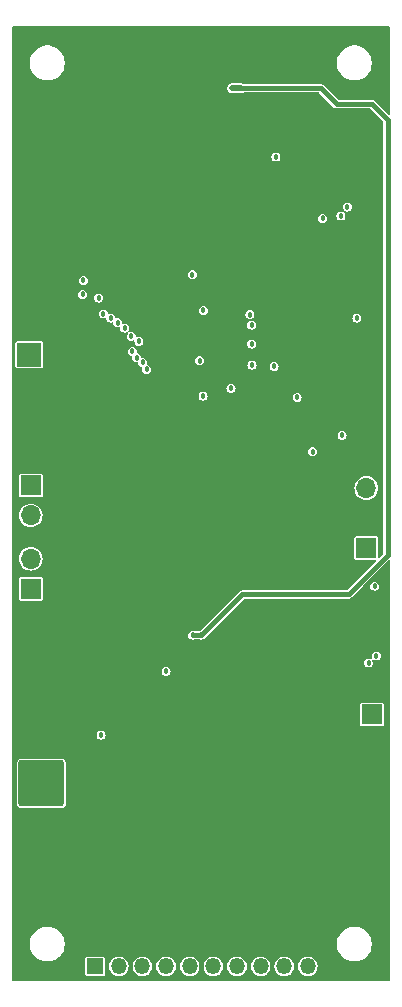
<source format=gbr>
%TF.GenerationSoftware,KiCad,Pcbnew,8.0.7*%
%TF.CreationDate,2025-01-08T02:29:50-05:00*%
%TF.ProjectId,active-drag-system-minimal,61637469-7665-42d6-9472-61672d737973,rev?*%
%TF.SameCoordinates,Original*%
%TF.FileFunction,Copper,L2,Inr*%
%TF.FilePolarity,Positive*%
%FSLAX46Y46*%
G04 Gerber Fmt 4.6, Leading zero omitted, Abs format (unit mm)*
G04 Created by KiCad (PCBNEW 8.0.7) date 2025-01-08 02:29:50*
%MOMM*%
%LPD*%
G01*
G04 APERTURE LIST*
G04 Aperture macros list*
%AMRoundRect*
0 Rectangle with rounded corners*
0 $1 Rounding radius*
0 $2 $3 $4 $5 $6 $7 $8 $9 X,Y pos of 4 corners*
0 Add a 4 corners polygon primitive as box body*
4,1,4,$2,$3,$4,$5,$6,$7,$8,$9,$2,$3,0*
0 Add four circle primitives for the rounded corners*
1,1,$1+$1,$2,$3*
1,1,$1+$1,$4,$5*
1,1,$1+$1,$6,$7*
1,1,$1+$1,$8,$9*
0 Add four rect primitives between the rounded corners*
20,1,$1+$1,$2,$3,$4,$5,0*
20,1,$1+$1,$4,$5,$6,$7,0*
20,1,$1+$1,$6,$7,$8,$9,0*
20,1,$1+$1,$8,$9,$2,$3,0*%
G04 Aperture macros list end*
%TA.AperFunction,ComponentPad*%
%ADD10R,1.700000X1.700000*%
%TD*%
%TA.AperFunction,ComponentPad*%
%ADD11O,1.700000X1.700000*%
%TD*%
%TA.AperFunction,ComponentPad*%
%ADD12RoundRect,0.250002X-1.699998X1.699998X-1.699998X-1.699998X1.699998X-1.699998X1.699998X1.699998X0*%
%TD*%
%TA.AperFunction,ComponentPad*%
%ADD13C,3.900000*%
%TD*%
%TA.AperFunction,ComponentPad*%
%ADD14R,1.350000X1.350000*%
%TD*%
%TA.AperFunction,ComponentPad*%
%ADD15O,1.350000X1.350000*%
%TD*%
%TA.AperFunction,HeatsinkPad*%
%ADD16C,0.457200*%
%TD*%
%TA.AperFunction,ComponentPad*%
%ADD17O,0.900000X1.800000*%
%TD*%
%TA.AperFunction,ComponentPad*%
%ADD18R,2.000000X2.000000*%
%TD*%
%TA.AperFunction,ComponentPad*%
%ADD19C,2.000000*%
%TD*%
%TA.AperFunction,ViaPad*%
%ADD20C,0.457200*%
%TD*%
%TA.AperFunction,Conductor*%
%ADD21C,0.400000*%
%TD*%
%TA.AperFunction,Conductor*%
%ADD22C,0.550000*%
%TD*%
G04 APERTURE END LIST*
D10*
%TO.N,/MCU_RP2040/UART0_TX*%
%TO.C,J5*%
X133600000Y-99775000D03*
D11*
%TO.N,/MCU_RP2040/UART0_RX*%
X133600000Y-102315000D03*
%TD*%
D12*
%TO.N,/VBAT*%
%TO.C,J2*%
X134500000Y-125000000D03*
D13*
%TO.N,GND*%
X134500000Y-132800000D03*
%TD*%
D10*
%TO.N,/MCU_RP2040/I2C1_SCL*%
%TO.C,J6*%
X133600000Y-108525000D03*
D11*
%TO.N,/MCU_RP2040/I2C1_SDA*%
X133600000Y-105985000D03*
%TD*%
D14*
%TO.N,/MCU_RP2040/GPIO1*%
%TO.C,J4*%
X139050000Y-140500000D03*
D15*
%TO.N,/MCU_RP2040/GPIO2*%
X141050000Y-140500000D03*
%TO.N,/MCU_RP2040/GPIO3*%
X143050000Y-140500000D03*
%TO.N,/MCU_RP2040/GPIO4*%
X145050000Y-140500000D03*
%TO.N,/MCU_RP2040/GPIO6*%
X147050000Y-140500000D03*
%TO.N,/MCU_RP2040/GPIO7*%
X149050000Y-140500000D03*
%TO.N,/MCU_RP2040/GPIO8*%
X151050000Y-140500000D03*
%TO.N,/MCU_RP2040/GPIO9*%
X153050000Y-140500000D03*
%TO.N,/MCU_RP2040/GPIO10*%
X155050000Y-140500000D03*
%TO.N,/MCU_RP2040/GPIO11*%
X157050000Y-140500000D03*
%TD*%
D16*
%TO.N,GND*%
%TO.C,U1*%
X146212500Y-85750000D03*
X146212500Y-87000000D03*
X146212500Y-88250000D03*
X147462500Y-85750000D03*
X147462500Y-87000000D03*
X147462500Y-88250000D03*
X148712500Y-85750000D03*
X148712500Y-87000000D03*
X148712500Y-88250000D03*
%TD*%
D10*
%TO.N,/+5V*%
%TO.C,J1*%
X162500000Y-119160000D03*
D11*
%TO.N,GND*%
X162500000Y-121700000D03*
%TD*%
D10*
%TO.N,/MCU_RP2040/SWCLK*%
%TO.C,J8*%
X162000000Y-105080000D03*
D11*
%TO.N,GND*%
X162000000Y-102540000D03*
%TO.N,/MCU_RP2040/SWDIO*%
X162000000Y-100000000D03*
%TD*%
D17*
%TO.N,GND*%
%TO.C,J3*%
X151750000Y-62100000D03*
X145150000Y-62100000D03*
%TD*%
D18*
%TO.N,/MCU_RP2040/BUZZ_OUT*%
%TO.C,BZ1*%
X133450000Y-88700000D03*
D19*
%TO.N,GND*%
X133450000Y-96300000D03*
%TD*%
D20*
%TO.N,GND*%
X161750000Y-77750000D03*
X156250000Y-107250000D03*
X146000000Y-77300000D03*
X146462500Y-89562500D03*
X160200000Y-79000000D03*
X137000000Y-120500000D03*
X137200000Y-78800000D03*
X154975000Y-82625000D03*
X159247800Y-111800000D03*
X163050000Y-94150000D03*
X135750000Y-87550000D03*
X138750000Y-85650000D03*
X153150000Y-64550000D03*
X155700000Y-77150000D03*
X136350000Y-102550000D03*
X148997800Y-117600000D03*
X152169586Y-117549874D03*
X138600000Y-88100000D03*
X140300000Y-103050000D03*
X140300000Y-98050000D03*
X159500000Y-107000000D03*
X143850000Y-64550000D03*
X143650000Y-91100000D03*
X151250000Y-95300000D03*
X157250000Y-95050000D03*
X155250000Y-71950000D03*
X152000000Y-77600000D03*
X150800000Y-103050000D03*
X160797800Y-109500000D03*
X161400000Y-86300000D03*
X150800000Y-98050000D03*
X149969586Y-117649874D03*
X153519460Y-118800000D03*
X135450000Y-99400000D03*
X158450000Y-91200000D03*
X149900000Y-77600000D03*
X156200000Y-77800000D03*
X159450000Y-77800000D03*
X149949688Y-125543699D03*
X157425001Y-72575001D03*
X136700000Y-107250000D03*
X156500000Y-68250000D03*
X154597800Y-112850000D03*
X134000000Y-120250000D03*
X138850000Y-81900000D03*
X163100000Y-81600000D03*
X157550000Y-93300000D03*
X153719460Y-124400000D03*
X156600000Y-88300000D03*
X143600000Y-70100000D03*
X159647800Y-110950000D03*
X140700000Y-82600000D03*
X142850000Y-94400000D03*
X145000000Y-114500000D03*
X144847800Y-111900000D03*
X152143387Y-125650000D03*
X136000000Y-120250000D03*
X147600000Y-77400000D03*
X140804164Y-115450000D03*
X152050000Y-90650000D03*
X152713094Y-86613094D03*
X132850000Y-86200000D03*
X144500000Y-91850000D03*
X162550000Y-93700000D03*
%TO.N,/MCU_RP2040/BUZZ_OUT*%
X139350000Y-83900000D03*
%TO.N,+1V1*%
X147262500Y-81937500D03*
X148187500Y-92200000D03*
X148200000Y-84949998D03*
X147900000Y-89200000D03*
%TO.N,/MCU_RP2040/I2C0_SCL*%
X159950000Y-95531502D03*
X160400000Y-76200000D03*
X138050000Y-82400000D03*
X154200000Y-89700000D03*
%TO.N,/MCU_RP2040/I2C0_SDA*%
X138000000Y-83600000D03*
X157450000Y-96900000D03*
X152323231Y-89576769D03*
X159850000Y-76950000D03*
%TO.N,Net-(U3-PG)*%
X139547800Y-120900000D03*
X145047800Y-115500000D03*
%TO.N,/MCU_RP2040/LED_OUT*%
X154350000Y-71950000D03*
X152300000Y-86200000D03*
%TO.N,/MG*%
X161200000Y-85600000D03*
X152300000Y-87800000D03*
%TO.N,/+3V3*%
X152150000Y-85300000D03*
X156150000Y-92300000D03*
X162697800Y-108300000D03*
X162197800Y-114800000D03*
X162847800Y-114200000D03*
%TO.N,/VBUS*%
X150650000Y-66150000D03*
X147997800Y-112450000D03*
X147297800Y-112450000D03*
X151400000Y-66150000D03*
%TO.N,/MAG*%
X158304481Y-77145519D03*
X150550000Y-91550000D03*
%TO.N,/MCU_RP2040/GPIO2*%
X140350000Y-85600000D03*
%TO.N,/MCU_RP2040/GPIO10*%
X143059627Y-89345403D03*
%TO.N,/MCU_RP2040/GPIO4*%
X141550000Y-86450000D03*
%TO.N,/MCU_RP2040/GPIO8*%
X142200000Y-88430600D03*
%TO.N,/MCU_RP2040/GPIO6*%
X142100000Y-87150000D03*
%TO.N,/MCU_RP2040/GPIO7*%
X142750000Y-87569400D03*
%TO.N,/MCU_RP2040/GPIO9*%
X142550000Y-88950000D03*
%TO.N,/MCU_RP2040/GPIO11*%
X143400000Y-89950000D03*
%TO.N,/MCU_RP2040/GPIO3*%
X140950000Y-86000000D03*
%TO.N,/MCU_RP2040/GPIO1*%
X139750000Y-85250000D03*
%TD*%
D21*
%TO.N,/VBUS*%
X148050000Y-112450000D02*
X147297800Y-112450000D01*
X151400000Y-66150000D02*
X158150000Y-66150000D01*
D22*
X151400000Y-66150000D02*
X151000000Y-66150000D01*
D21*
X151500000Y-109000000D02*
X148050000Y-112450000D01*
D22*
X151000000Y-66150000D02*
X150650000Y-66150000D01*
D21*
X162500000Y-67500000D02*
X163800000Y-68800000D01*
X163800000Y-105700000D02*
X160500000Y-109000000D01*
X163800000Y-68800000D02*
X163800000Y-105700000D01*
X160500000Y-109000000D02*
X151500000Y-109000000D01*
X158150000Y-66150000D02*
X159500000Y-67500000D01*
X159500000Y-67500000D02*
X162500000Y-67500000D01*
%TD*%
%TA.AperFunction,Conductor*%
%TO.N,GND*%
G36*
X163977826Y-60922174D02*
G01*
X163999500Y-60974500D01*
X163999500Y-68325166D01*
X163977826Y-68377492D01*
X163925500Y-68399166D01*
X163873174Y-68377492D01*
X162715212Y-67219530D01*
X162635289Y-67173386D01*
X162635284Y-67173384D01*
X162546146Y-67149500D01*
X162546144Y-67149500D01*
X159675833Y-67149500D01*
X159623507Y-67127826D01*
X158996181Y-66500500D01*
X158365212Y-65869530D01*
X158285289Y-65823386D01*
X158285284Y-65823384D01*
X158196146Y-65799500D01*
X158196144Y-65799500D01*
X151663745Y-65799500D01*
X151626745Y-65789586D01*
X151564240Y-65753499D01*
X151564237Y-65753497D01*
X151564234Y-65753496D01*
X151564232Y-65753495D01*
X151456020Y-65724500D01*
X151456018Y-65724500D01*
X151056018Y-65724500D01*
X150593982Y-65724500D01*
X150593980Y-65724500D01*
X150485767Y-65753495D01*
X150485758Y-65753499D01*
X150388736Y-65809515D01*
X150309515Y-65888736D01*
X150253499Y-65985758D01*
X150253495Y-65985767D01*
X150224500Y-66093979D01*
X150224500Y-66206020D01*
X150253495Y-66314232D01*
X150253496Y-66314235D01*
X150253497Y-66314237D01*
X150309515Y-66411263D01*
X150388737Y-66490485D01*
X150485763Y-66546503D01*
X150593979Y-66575499D01*
X150593980Y-66575500D01*
X150593982Y-66575500D01*
X151456020Y-66575500D01*
X151456020Y-66575499D01*
X151564237Y-66546503D01*
X151626745Y-66510413D01*
X151663745Y-66500500D01*
X157974166Y-66500500D01*
X158026492Y-66522174D01*
X159219531Y-67715212D01*
X159284788Y-67780469D01*
X159364712Y-67826614D01*
X159364713Y-67826614D01*
X159364715Y-67826615D01*
X159409284Y-67838557D01*
X159453853Y-67850499D01*
X159453854Y-67850500D01*
X159453856Y-67850500D01*
X162324166Y-67850500D01*
X162376492Y-67872174D01*
X163427826Y-68923508D01*
X163449500Y-68975834D01*
X163449500Y-105524166D01*
X163427826Y-105576492D01*
X163126826Y-105877492D01*
X163074500Y-105899166D01*
X163022174Y-105877492D01*
X163000500Y-105825166D01*
X163000500Y-104215180D01*
X162991767Y-104171278D01*
X162958504Y-104121496D01*
X162908722Y-104088233D01*
X162864820Y-104079500D01*
X161135180Y-104079500D01*
X161113229Y-104083866D01*
X161091277Y-104088233D01*
X161041496Y-104121495D01*
X161041495Y-104121496D01*
X161008233Y-104171277D01*
X161008233Y-104171278D01*
X160999500Y-104215180D01*
X160999500Y-105944820D01*
X161008233Y-105988722D01*
X161041496Y-106038504D01*
X161091278Y-106071767D01*
X161135180Y-106080500D01*
X161135181Y-106080500D01*
X162745166Y-106080500D01*
X162797492Y-106102174D01*
X162819166Y-106154500D01*
X162797492Y-106206826D01*
X160376492Y-108627826D01*
X160324166Y-108649500D01*
X151453854Y-108649500D01*
X151364715Y-108673384D01*
X151364710Y-108673386D01*
X151284787Y-108719530D01*
X147943918Y-112060398D01*
X147903171Y-112081161D01*
X147879192Y-112084959D01*
X147879187Y-112084961D01*
X147866484Y-112091434D01*
X147832889Y-112099500D01*
X147462710Y-112099500D01*
X147429115Y-112091434D01*
X147416411Y-112084961D01*
X147416410Y-112084960D01*
X147416409Y-112084960D01*
X147416407Y-112084959D01*
X147416405Y-112084959D01*
X147297800Y-112066174D01*
X147179190Y-112084960D01*
X147179185Y-112084961D01*
X147072194Y-112139476D01*
X146987276Y-112224394D01*
X146932761Y-112331385D01*
X146932760Y-112331390D01*
X146913974Y-112450000D01*
X146932760Y-112568609D01*
X146932761Y-112568614D01*
X146987276Y-112675605D01*
X147072194Y-112760523D01*
X147179185Y-112815038D01*
X147179188Y-112815038D01*
X147179191Y-112815040D01*
X147297800Y-112833826D01*
X147416409Y-112815040D01*
X147429115Y-112808566D01*
X147462710Y-112800500D01*
X147832890Y-112800500D01*
X147866485Y-112808566D01*
X147879191Y-112815040D01*
X147997800Y-112833826D01*
X148116409Y-112815040D01*
X148223407Y-112760522D01*
X148230516Y-112753412D01*
X148245840Y-112741653D01*
X148265212Y-112730470D01*
X151623508Y-109372174D01*
X151675834Y-109350500D01*
X160546146Y-109350500D01*
X160546146Y-109350499D01*
X160635288Y-109326614D01*
X160715212Y-109280470D01*
X161695682Y-108300000D01*
X162313974Y-108300000D01*
X162332760Y-108418609D01*
X162332761Y-108418614D01*
X162387276Y-108525605D01*
X162472194Y-108610523D01*
X162579185Y-108665038D01*
X162579188Y-108665038D01*
X162579191Y-108665040D01*
X162697800Y-108683826D01*
X162816409Y-108665040D01*
X162816412Y-108665038D01*
X162816414Y-108665038D01*
X162923405Y-108610523D01*
X162923404Y-108610523D01*
X162923407Y-108610522D01*
X163008322Y-108525607D01*
X163010155Y-108522008D01*
X163062838Y-108418614D01*
X163062838Y-108418612D01*
X163062840Y-108418609D01*
X163081626Y-108300000D01*
X163062840Y-108181391D01*
X163062838Y-108181388D01*
X163062838Y-108181385D01*
X163008323Y-108074394D01*
X162923405Y-107989476D01*
X162816414Y-107934961D01*
X162816409Y-107934960D01*
X162697800Y-107916174D01*
X162579190Y-107934960D01*
X162579185Y-107934961D01*
X162472194Y-107989476D01*
X162387276Y-108074394D01*
X162332761Y-108181385D01*
X162332760Y-108181390D01*
X162313974Y-108300000D01*
X161695682Y-108300000D01*
X163873174Y-106122508D01*
X163925500Y-106100834D01*
X163977826Y-106122508D01*
X163999500Y-106174834D01*
X163999500Y-141625500D01*
X163977826Y-141677826D01*
X163925500Y-141699500D01*
X132074500Y-141699500D01*
X132022174Y-141677826D01*
X132000500Y-141625500D01*
X132000500Y-138483716D01*
X133522500Y-138483716D01*
X133522500Y-138716283D01*
X133558880Y-138945979D01*
X133558883Y-138945992D01*
X133630745Y-139167160D01*
X133630747Y-139167164D01*
X133736327Y-139374378D01*
X133736328Y-139374379D01*
X133873026Y-139562527D01*
X134037473Y-139726974D01*
X134037476Y-139726976D01*
X134037477Y-139726977D01*
X134225621Y-139863672D01*
X134432835Y-139969252D01*
X134432839Y-139969254D01*
X134654007Y-140041116D01*
X134654013Y-140041117D01*
X134654018Y-140041119D01*
X134768868Y-140059309D01*
X134883716Y-140077500D01*
X134883718Y-140077500D01*
X135116284Y-140077500D01*
X135208162Y-140062947D01*
X135345982Y-140041119D01*
X135345989Y-140041116D01*
X135345992Y-140041116D01*
X135567160Y-139969254D01*
X135567160Y-139969253D01*
X135567163Y-139969253D01*
X135774379Y-139863672D01*
X135848004Y-139810180D01*
X138224500Y-139810180D01*
X138224500Y-141189820D01*
X138233233Y-141233722D01*
X138266496Y-141283504D01*
X138316278Y-141316767D01*
X138360180Y-141325500D01*
X138360181Y-141325500D01*
X139739819Y-141325500D01*
X139739820Y-141325500D01*
X139783722Y-141316767D01*
X139833504Y-141283504D01*
X139866767Y-141233722D01*
X139875500Y-141189820D01*
X139875500Y-140500000D01*
X140219953Y-140500000D01*
X140238093Y-140672581D01*
X140291711Y-140837605D01*
X140291716Y-140837615D01*
X140378475Y-140987885D01*
X140378478Y-140987890D01*
X140494592Y-141116847D01*
X140634969Y-141218838D01*
X140634976Y-141218842D01*
X140793501Y-141289422D01*
X140963236Y-141325500D01*
X140963237Y-141325500D01*
X141136763Y-141325500D01*
X141136764Y-141325500D01*
X141306499Y-141289422D01*
X141465024Y-141218842D01*
X141504971Y-141189819D01*
X141605407Y-141116847D01*
X141605406Y-141116847D01*
X141605410Y-141116845D01*
X141721522Y-140987889D01*
X141808286Y-140837611D01*
X141861908Y-140672576D01*
X141880047Y-140500000D01*
X142219953Y-140500000D01*
X142238093Y-140672581D01*
X142291711Y-140837605D01*
X142291716Y-140837615D01*
X142378475Y-140987885D01*
X142378478Y-140987890D01*
X142494592Y-141116847D01*
X142634969Y-141218838D01*
X142634976Y-141218842D01*
X142793501Y-141289422D01*
X142963236Y-141325500D01*
X142963237Y-141325500D01*
X143136763Y-141325500D01*
X143136764Y-141325500D01*
X143306499Y-141289422D01*
X143465024Y-141218842D01*
X143504971Y-141189819D01*
X143605407Y-141116847D01*
X143605406Y-141116847D01*
X143605410Y-141116845D01*
X143721522Y-140987889D01*
X143808286Y-140837611D01*
X143861908Y-140672576D01*
X143880047Y-140500000D01*
X144219953Y-140500000D01*
X144238093Y-140672581D01*
X144291711Y-140837605D01*
X144291716Y-140837615D01*
X144378475Y-140987885D01*
X144378478Y-140987890D01*
X144494592Y-141116847D01*
X144634969Y-141218838D01*
X144634976Y-141218842D01*
X144793501Y-141289422D01*
X144963236Y-141325500D01*
X144963237Y-141325500D01*
X145136763Y-141325500D01*
X145136764Y-141325500D01*
X145306499Y-141289422D01*
X145465024Y-141218842D01*
X145504971Y-141189819D01*
X145605407Y-141116847D01*
X145605406Y-141116847D01*
X145605410Y-141116845D01*
X145721522Y-140987889D01*
X145808286Y-140837611D01*
X145861908Y-140672576D01*
X145880047Y-140500000D01*
X146219953Y-140500000D01*
X146238093Y-140672581D01*
X146291711Y-140837605D01*
X146291716Y-140837615D01*
X146378475Y-140987885D01*
X146378478Y-140987890D01*
X146494592Y-141116847D01*
X146634969Y-141218838D01*
X146634976Y-141218842D01*
X146793501Y-141289422D01*
X146963236Y-141325500D01*
X146963237Y-141325500D01*
X147136763Y-141325500D01*
X147136764Y-141325500D01*
X147306499Y-141289422D01*
X147465024Y-141218842D01*
X147504971Y-141189819D01*
X147605407Y-141116847D01*
X147605406Y-141116847D01*
X147605410Y-141116845D01*
X147721522Y-140987889D01*
X147808286Y-140837611D01*
X147861908Y-140672576D01*
X147880047Y-140500000D01*
X148219953Y-140500000D01*
X148238093Y-140672581D01*
X148291711Y-140837605D01*
X148291716Y-140837615D01*
X148378475Y-140987885D01*
X148378478Y-140987890D01*
X148494592Y-141116847D01*
X148634969Y-141218838D01*
X148634976Y-141218842D01*
X148793501Y-141289422D01*
X148963236Y-141325500D01*
X148963237Y-141325500D01*
X149136763Y-141325500D01*
X149136764Y-141325500D01*
X149306499Y-141289422D01*
X149465024Y-141218842D01*
X149504971Y-141189819D01*
X149605407Y-141116847D01*
X149605406Y-141116847D01*
X149605410Y-141116845D01*
X149721522Y-140987889D01*
X149808286Y-140837611D01*
X149861908Y-140672576D01*
X149880047Y-140500000D01*
X150219953Y-140500000D01*
X150238093Y-140672581D01*
X150291711Y-140837605D01*
X150291716Y-140837615D01*
X150378475Y-140987885D01*
X150378478Y-140987890D01*
X150494592Y-141116847D01*
X150634969Y-141218838D01*
X150634976Y-141218842D01*
X150793501Y-141289422D01*
X150963236Y-141325500D01*
X150963237Y-141325500D01*
X151136763Y-141325500D01*
X151136764Y-141325500D01*
X151306499Y-141289422D01*
X151465024Y-141218842D01*
X151504971Y-141189819D01*
X151605407Y-141116847D01*
X151605406Y-141116847D01*
X151605410Y-141116845D01*
X151721522Y-140987889D01*
X151808286Y-140837611D01*
X151861908Y-140672576D01*
X151880047Y-140500000D01*
X152219953Y-140500000D01*
X152238093Y-140672581D01*
X152291711Y-140837605D01*
X152291716Y-140837615D01*
X152378475Y-140987885D01*
X152378478Y-140987890D01*
X152494592Y-141116847D01*
X152634969Y-141218838D01*
X152634976Y-141218842D01*
X152793501Y-141289422D01*
X152963236Y-141325500D01*
X152963237Y-141325500D01*
X153136763Y-141325500D01*
X153136764Y-141325500D01*
X153306499Y-141289422D01*
X153465024Y-141218842D01*
X153504971Y-141189819D01*
X153605407Y-141116847D01*
X153605406Y-141116847D01*
X153605410Y-141116845D01*
X153721522Y-140987889D01*
X153808286Y-140837611D01*
X153861908Y-140672576D01*
X153880047Y-140500000D01*
X154219953Y-140500000D01*
X154238093Y-140672581D01*
X154291711Y-140837605D01*
X154291716Y-140837615D01*
X154378475Y-140987885D01*
X154378478Y-140987890D01*
X154494592Y-141116847D01*
X154634969Y-141218838D01*
X154634976Y-141218842D01*
X154793501Y-141289422D01*
X154963236Y-141325500D01*
X154963237Y-141325500D01*
X155136763Y-141325500D01*
X155136764Y-141325500D01*
X155306499Y-141289422D01*
X155465024Y-141218842D01*
X155504971Y-141189819D01*
X155605407Y-141116847D01*
X155605406Y-141116847D01*
X155605410Y-141116845D01*
X155721522Y-140987889D01*
X155808286Y-140837611D01*
X155861908Y-140672576D01*
X155880047Y-140500000D01*
X156219953Y-140500000D01*
X156238093Y-140672581D01*
X156291711Y-140837605D01*
X156291716Y-140837615D01*
X156378475Y-140987885D01*
X156378478Y-140987890D01*
X156494592Y-141116847D01*
X156634969Y-141218838D01*
X156634976Y-141218842D01*
X156793501Y-141289422D01*
X156963236Y-141325500D01*
X156963237Y-141325500D01*
X157136763Y-141325500D01*
X157136764Y-141325500D01*
X157306499Y-141289422D01*
X157465024Y-141218842D01*
X157504971Y-141189819D01*
X157605407Y-141116847D01*
X157605406Y-141116847D01*
X157605410Y-141116845D01*
X157721522Y-140987889D01*
X157808286Y-140837611D01*
X157861908Y-140672576D01*
X157880047Y-140500000D01*
X157861908Y-140327424D01*
X157808286Y-140162389D01*
X157721522Y-140012111D01*
X157721521Y-140012109D01*
X157605407Y-139883152D01*
X157465030Y-139781161D01*
X157465023Y-139781157D01*
X157306500Y-139710578D01*
X157306498Y-139710577D01*
X157172841Y-139682168D01*
X157136764Y-139674500D01*
X156963236Y-139674500D01*
X156933483Y-139680824D01*
X156793501Y-139710577D01*
X156793499Y-139710578D01*
X156634978Y-139781156D01*
X156634973Y-139781159D01*
X156494592Y-139883152D01*
X156378478Y-140012109D01*
X156378475Y-140012114D01*
X156291716Y-140162384D01*
X156291711Y-140162394D01*
X156238093Y-140327418D01*
X156219953Y-140500000D01*
X155880047Y-140500000D01*
X155861908Y-140327424D01*
X155808286Y-140162389D01*
X155721522Y-140012111D01*
X155721521Y-140012109D01*
X155605407Y-139883152D01*
X155465030Y-139781161D01*
X155465023Y-139781157D01*
X155306500Y-139710578D01*
X155306498Y-139710577D01*
X155172841Y-139682168D01*
X155136764Y-139674500D01*
X154963236Y-139674500D01*
X154933483Y-139680824D01*
X154793501Y-139710577D01*
X154793499Y-139710578D01*
X154634978Y-139781156D01*
X154634973Y-139781159D01*
X154494592Y-139883152D01*
X154378478Y-140012109D01*
X154378475Y-140012114D01*
X154291716Y-140162384D01*
X154291711Y-140162394D01*
X154238093Y-140327418D01*
X154219953Y-140500000D01*
X153880047Y-140500000D01*
X153861908Y-140327424D01*
X153808286Y-140162389D01*
X153721522Y-140012111D01*
X153721521Y-140012109D01*
X153605407Y-139883152D01*
X153465030Y-139781161D01*
X153465023Y-139781157D01*
X153306500Y-139710578D01*
X153306498Y-139710577D01*
X153172841Y-139682168D01*
X153136764Y-139674500D01*
X152963236Y-139674500D01*
X152933483Y-139680824D01*
X152793501Y-139710577D01*
X152793499Y-139710578D01*
X152634978Y-139781156D01*
X152634973Y-139781159D01*
X152494592Y-139883152D01*
X152378478Y-140012109D01*
X152378475Y-140012114D01*
X152291716Y-140162384D01*
X152291711Y-140162394D01*
X152238093Y-140327418D01*
X152219953Y-140500000D01*
X151880047Y-140500000D01*
X151861908Y-140327424D01*
X151808286Y-140162389D01*
X151721522Y-140012111D01*
X151721521Y-140012109D01*
X151605407Y-139883152D01*
X151465030Y-139781161D01*
X151465023Y-139781157D01*
X151306500Y-139710578D01*
X151306498Y-139710577D01*
X151172841Y-139682168D01*
X151136764Y-139674500D01*
X150963236Y-139674500D01*
X150933483Y-139680824D01*
X150793501Y-139710577D01*
X150793499Y-139710578D01*
X150634978Y-139781156D01*
X150634973Y-139781159D01*
X150494592Y-139883152D01*
X150378478Y-140012109D01*
X150378475Y-140012114D01*
X150291716Y-140162384D01*
X150291711Y-140162394D01*
X150238093Y-140327418D01*
X150219953Y-140500000D01*
X149880047Y-140500000D01*
X149861908Y-140327424D01*
X149808286Y-140162389D01*
X149721522Y-140012111D01*
X149721521Y-140012109D01*
X149605407Y-139883152D01*
X149465030Y-139781161D01*
X149465023Y-139781157D01*
X149306500Y-139710578D01*
X149306498Y-139710577D01*
X149172841Y-139682168D01*
X149136764Y-139674500D01*
X148963236Y-139674500D01*
X148933483Y-139680824D01*
X148793501Y-139710577D01*
X148793499Y-139710578D01*
X148634978Y-139781156D01*
X148634973Y-139781159D01*
X148494592Y-139883152D01*
X148378478Y-140012109D01*
X148378475Y-140012114D01*
X148291716Y-140162384D01*
X148291711Y-140162394D01*
X148238093Y-140327418D01*
X148219953Y-140500000D01*
X147880047Y-140500000D01*
X147861908Y-140327424D01*
X147808286Y-140162389D01*
X147721522Y-140012111D01*
X147721521Y-140012109D01*
X147605407Y-139883152D01*
X147465030Y-139781161D01*
X147465023Y-139781157D01*
X147306500Y-139710578D01*
X147306498Y-139710577D01*
X147172841Y-139682168D01*
X147136764Y-139674500D01*
X146963236Y-139674500D01*
X146933483Y-139680824D01*
X146793501Y-139710577D01*
X146793499Y-139710578D01*
X146634978Y-139781156D01*
X146634973Y-139781159D01*
X146494592Y-139883152D01*
X146378478Y-140012109D01*
X146378475Y-140012114D01*
X146291716Y-140162384D01*
X146291711Y-140162394D01*
X146238093Y-140327418D01*
X146219953Y-140500000D01*
X145880047Y-140500000D01*
X145861908Y-140327424D01*
X145808286Y-140162389D01*
X145721522Y-140012111D01*
X145721521Y-140012109D01*
X145605407Y-139883152D01*
X145465030Y-139781161D01*
X145465023Y-139781157D01*
X145306500Y-139710578D01*
X145306498Y-139710577D01*
X145172841Y-139682168D01*
X145136764Y-139674500D01*
X144963236Y-139674500D01*
X144933483Y-139680824D01*
X144793501Y-139710577D01*
X144793499Y-139710578D01*
X144634978Y-139781156D01*
X144634973Y-139781159D01*
X144494592Y-139883152D01*
X144378478Y-140012109D01*
X144378475Y-140012114D01*
X144291716Y-140162384D01*
X144291711Y-140162394D01*
X144238093Y-140327418D01*
X144219953Y-140500000D01*
X143880047Y-140500000D01*
X143861908Y-140327424D01*
X143808286Y-140162389D01*
X143721522Y-140012111D01*
X143721521Y-140012109D01*
X143605407Y-139883152D01*
X143465030Y-139781161D01*
X143465023Y-139781157D01*
X143306500Y-139710578D01*
X143306498Y-139710577D01*
X143172841Y-139682168D01*
X143136764Y-139674500D01*
X142963236Y-139674500D01*
X142933483Y-139680824D01*
X142793501Y-139710577D01*
X142793499Y-139710578D01*
X142634978Y-139781156D01*
X142634973Y-139781159D01*
X142494592Y-139883152D01*
X142378478Y-140012109D01*
X142378475Y-140012114D01*
X142291716Y-140162384D01*
X142291711Y-140162394D01*
X142238093Y-140327418D01*
X142219953Y-140500000D01*
X141880047Y-140500000D01*
X141861908Y-140327424D01*
X141808286Y-140162389D01*
X141721522Y-140012111D01*
X141721521Y-140012109D01*
X141605407Y-139883152D01*
X141465030Y-139781161D01*
X141465023Y-139781157D01*
X141306500Y-139710578D01*
X141306498Y-139710577D01*
X141172841Y-139682168D01*
X141136764Y-139674500D01*
X140963236Y-139674500D01*
X140933483Y-139680824D01*
X140793501Y-139710577D01*
X140793499Y-139710578D01*
X140634978Y-139781156D01*
X140634973Y-139781159D01*
X140494592Y-139883152D01*
X140378478Y-140012109D01*
X140378475Y-140012114D01*
X140291716Y-140162384D01*
X140291711Y-140162394D01*
X140238093Y-140327418D01*
X140219953Y-140500000D01*
X139875500Y-140500000D01*
X139875500Y-139810180D01*
X139866767Y-139766278D01*
X139833504Y-139716496D01*
X139783722Y-139683233D01*
X139739820Y-139674500D01*
X138360180Y-139674500D01*
X138338229Y-139678866D01*
X138316277Y-139683233D01*
X138266496Y-139716495D01*
X138266495Y-139716496D01*
X138233233Y-139766277D01*
X138233233Y-139766278D01*
X138224500Y-139810180D01*
X135848004Y-139810180D01*
X135962527Y-139726974D01*
X136126974Y-139562527D01*
X136263672Y-139374379D01*
X136369253Y-139167163D01*
X136441119Y-138945982D01*
X136477500Y-138716282D01*
X136477500Y-138483718D01*
X136477500Y-138483716D01*
X159522500Y-138483716D01*
X159522500Y-138716283D01*
X159558880Y-138945979D01*
X159558883Y-138945992D01*
X159630745Y-139167160D01*
X159630747Y-139167164D01*
X159736327Y-139374378D01*
X159736328Y-139374379D01*
X159873026Y-139562527D01*
X160037473Y-139726974D01*
X160037476Y-139726976D01*
X160037477Y-139726977D01*
X160225621Y-139863672D01*
X160432835Y-139969252D01*
X160432839Y-139969254D01*
X160654007Y-140041116D01*
X160654013Y-140041117D01*
X160654018Y-140041119D01*
X160768868Y-140059309D01*
X160883716Y-140077500D01*
X160883718Y-140077500D01*
X161116284Y-140077500D01*
X161208162Y-140062947D01*
X161345982Y-140041119D01*
X161345989Y-140041116D01*
X161345992Y-140041116D01*
X161567160Y-139969254D01*
X161567160Y-139969253D01*
X161567163Y-139969253D01*
X161774379Y-139863672D01*
X161962527Y-139726974D01*
X162126974Y-139562527D01*
X162263672Y-139374379D01*
X162369253Y-139167163D01*
X162441119Y-138945982D01*
X162477500Y-138716282D01*
X162477500Y-138483718D01*
X162441119Y-138254018D01*
X162441117Y-138254013D01*
X162441116Y-138254007D01*
X162369254Y-138032839D01*
X162369252Y-138032835D01*
X162263672Y-137825621D01*
X162126977Y-137637477D01*
X162126976Y-137637476D01*
X162126974Y-137637473D01*
X161962527Y-137473026D01*
X161962524Y-137473023D01*
X161962522Y-137473022D01*
X161774378Y-137336327D01*
X161567164Y-137230747D01*
X161567160Y-137230745D01*
X161345992Y-137158883D01*
X161345979Y-137158880D01*
X161116284Y-137122500D01*
X161116282Y-137122500D01*
X160883718Y-137122500D01*
X160883716Y-137122500D01*
X160654020Y-137158880D01*
X160654007Y-137158883D01*
X160432839Y-137230745D01*
X160432835Y-137230747D01*
X160225621Y-137336327D01*
X160037477Y-137473022D01*
X159873022Y-137637477D01*
X159736327Y-137825621D01*
X159630747Y-138032835D01*
X159630745Y-138032839D01*
X159558883Y-138254007D01*
X159558880Y-138254020D01*
X159522500Y-138483716D01*
X136477500Y-138483716D01*
X136441119Y-138254018D01*
X136441117Y-138254013D01*
X136441116Y-138254007D01*
X136369254Y-138032839D01*
X136369252Y-138032835D01*
X136263672Y-137825621D01*
X136126977Y-137637477D01*
X136126976Y-137637476D01*
X136126974Y-137637473D01*
X135962527Y-137473026D01*
X135962524Y-137473023D01*
X135962522Y-137473022D01*
X135774378Y-137336327D01*
X135567164Y-137230747D01*
X135567160Y-137230745D01*
X135345992Y-137158883D01*
X135345979Y-137158880D01*
X135116284Y-137122500D01*
X135116282Y-137122500D01*
X134883718Y-137122500D01*
X134883716Y-137122500D01*
X134654020Y-137158880D01*
X134654007Y-137158883D01*
X134432839Y-137230745D01*
X134432835Y-137230747D01*
X134225621Y-137336327D01*
X134037477Y-137473022D01*
X133873022Y-137637477D01*
X133736327Y-137825621D01*
X133630747Y-138032835D01*
X133630745Y-138032839D01*
X133558883Y-138254007D01*
X133558880Y-138254020D01*
X133522500Y-138483716D01*
X132000500Y-138483716D01*
X132000500Y-123268482D01*
X132399500Y-123268482D01*
X132399500Y-126731517D01*
X132414353Y-126825303D01*
X132414354Y-126825305D01*
X132471950Y-126938341D01*
X132561659Y-127028050D01*
X132674697Y-127085646D01*
X132768483Y-127100500D01*
X136231516Y-127100499D01*
X136231517Y-127100499D01*
X136325303Y-127085646D01*
X136325305Y-127085645D01*
X136327418Y-127084568D01*
X136438341Y-127028050D01*
X136528050Y-126938341D01*
X136585646Y-126825303D01*
X136600500Y-126731517D01*
X136600499Y-123268484D01*
X136585646Y-123174697D01*
X136585646Y-123174696D01*
X136585645Y-123174694D01*
X136528049Y-123061658D01*
X136438342Y-122971951D01*
X136438341Y-122971950D01*
X136325303Y-122914354D01*
X136325301Y-122914353D01*
X136325300Y-122914353D01*
X136231517Y-122899500D01*
X132768482Y-122899500D01*
X132674696Y-122914353D01*
X132674694Y-122914354D01*
X132561658Y-122971950D01*
X132471951Y-123061657D01*
X132414353Y-123174699D01*
X132399500Y-123268482D01*
X132000500Y-123268482D01*
X132000500Y-120900000D01*
X139163974Y-120900000D01*
X139182760Y-121018609D01*
X139182761Y-121018614D01*
X139237276Y-121125605D01*
X139322194Y-121210523D01*
X139429185Y-121265038D01*
X139429188Y-121265038D01*
X139429191Y-121265040D01*
X139547800Y-121283826D01*
X139666409Y-121265040D01*
X139666412Y-121265038D01*
X139666414Y-121265038D01*
X139773405Y-121210523D01*
X139773404Y-121210523D01*
X139773407Y-121210522D01*
X139858322Y-121125607D01*
X139860155Y-121122008D01*
X139912838Y-121018614D01*
X139912838Y-121018612D01*
X139912840Y-121018609D01*
X139931626Y-120900000D01*
X139912840Y-120781391D01*
X139912838Y-120781388D01*
X139912838Y-120781385D01*
X139858323Y-120674394D01*
X139773405Y-120589476D01*
X139666414Y-120534961D01*
X139666409Y-120534960D01*
X139547800Y-120516174D01*
X139429190Y-120534960D01*
X139429185Y-120534961D01*
X139322194Y-120589476D01*
X139237276Y-120674394D01*
X139182761Y-120781385D01*
X139182760Y-120781390D01*
X139163974Y-120900000D01*
X132000500Y-120900000D01*
X132000500Y-118295180D01*
X161499500Y-118295180D01*
X161499500Y-120024820D01*
X161508233Y-120068722D01*
X161541496Y-120118504D01*
X161591278Y-120151767D01*
X161635180Y-120160500D01*
X161635181Y-120160500D01*
X163364819Y-120160500D01*
X163364820Y-120160500D01*
X163408722Y-120151767D01*
X163458504Y-120118504D01*
X163491767Y-120068722D01*
X163500500Y-120024820D01*
X163500500Y-118295180D01*
X163491767Y-118251278D01*
X163458504Y-118201496D01*
X163408722Y-118168233D01*
X163364820Y-118159500D01*
X161635180Y-118159500D01*
X161613229Y-118163866D01*
X161591277Y-118168233D01*
X161541496Y-118201495D01*
X161541495Y-118201496D01*
X161508233Y-118251277D01*
X161508233Y-118251278D01*
X161499500Y-118295180D01*
X132000500Y-118295180D01*
X132000500Y-115500000D01*
X144663974Y-115500000D01*
X144682760Y-115618609D01*
X144682761Y-115618614D01*
X144737276Y-115725605D01*
X144822194Y-115810523D01*
X144929185Y-115865038D01*
X144929188Y-115865038D01*
X144929191Y-115865040D01*
X145047800Y-115883826D01*
X145166409Y-115865040D01*
X145166412Y-115865038D01*
X145166414Y-115865038D01*
X145273405Y-115810523D01*
X145273404Y-115810523D01*
X145273407Y-115810522D01*
X145358322Y-115725607D01*
X145360155Y-115722008D01*
X145412838Y-115618614D01*
X145412838Y-115618612D01*
X145412840Y-115618609D01*
X145431626Y-115500000D01*
X145412840Y-115381391D01*
X145412838Y-115381388D01*
X145412838Y-115381385D01*
X145358323Y-115274394D01*
X145273405Y-115189476D01*
X145166414Y-115134961D01*
X145166409Y-115134960D01*
X145047800Y-115116174D01*
X144929190Y-115134960D01*
X144929185Y-115134961D01*
X144822194Y-115189476D01*
X144737276Y-115274394D01*
X144682761Y-115381385D01*
X144682760Y-115381390D01*
X144663974Y-115500000D01*
X132000500Y-115500000D01*
X132000500Y-114800000D01*
X161813974Y-114800000D01*
X161832760Y-114918609D01*
X161832761Y-114918614D01*
X161887276Y-115025605D01*
X161972194Y-115110523D01*
X162079185Y-115165038D01*
X162079188Y-115165038D01*
X162079191Y-115165040D01*
X162197800Y-115183826D01*
X162316409Y-115165040D01*
X162316412Y-115165038D01*
X162316414Y-115165038D01*
X162423405Y-115110523D01*
X162423404Y-115110523D01*
X162423407Y-115110522D01*
X162508322Y-115025607D01*
X162510155Y-115022008D01*
X162562838Y-114918614D01*
X162562838Y-114918612D01*
X162562840Y-114918609D01*
X162581626Y-114800000D01*
X162562840Y-114681391D01*
X162562838Y-114681388D01*
X162562838Y-114681386D01*
X162527834Y-114612686D01*
X162523390Y-114556224D01*
X162560173Y-114513157D01*
X162616635Y-114508713D01*
X162627363Y-114513157D01*
X162729186Y-114565038D01*
X162729188Y-114565038D01*
X162729191Y-114565040D01*
X162847800Y-114583826D01*
X162966409Y-114565040D01*
X162966412Y-114565038D01*
X162966414Y-114565038D01*
X163073405Y-114510523D01*
X163073404Y-114510523D01*
X163073407Y-114510522D01*
X163158322Y-114425607D01*
X163177834Y-114387313D01*
X163212838Y-114318614D01*
X163212838Y-114318612D01*
X163212840Y-114318609D01*
X163231626Y-114200000D01*
X163212840Y-114081391D01*
X163212838Y-114081388D01*
X163212838Y-114081385D01*
X163158323Y-113974394D01*
X163073405Y-113889476D01*
X162966414Y-113834961D01*
X162966409Y-113834960D01*
X162847800Y-113816174D01*
X162729190Y-113834960D01*
X162729185Y-113834961D01*
X162622194Y-113889476D01*
X162537276Y-113974394D01*
X162482761Y-114081385D01*
X162482760Y-114081390D01*
X162463974Y-114200000D01*
X162482759Y-114318609D01*
X162517766Y-114387313D01*
X162522209Y-114443776D01*
X162485426Y-114486843D01*
X162428963Y-114491286D01*
X162418236Y-114486843D01*
X162316409Y-114434959D01*
X162197800Y-114416174D01*
X162079190Y-114434960D01*
X162079185Y-114434961D01*
X161972194Y-114489476D01*
X161887276Y-114574394D01*
X161832761Y-114681385D01*
X161832760Y-114681390D01*
X161813974Y-114800000D01*
X132000500Y-114800000D01*
X132000500Y-107660180D01*
X132599500Y-107660180D01*
X132599500Y-109389820D01*
X132608233Y-109433722D01*
X132641496Y-109483504D01*
X132691278Y-109516767D01*
X132735180Y-109525500D01*
X132735181Y-109525500D01*
X134464819Y-109525500D01*
X134464820Y-109525500D01*
X134508722Y-109516767D01*
X134558504Y-109483504D01*
X134591767Y-109433722D01*
X134600500Y-109389820D01*
X134600500Y-107660180D01*
X134591767Y-107616278D01*
X134558504Y-107566496D01*
X134508722Y-107533233D01*
X134464820Y-107524500D01*
X132735180Y-107524500D01*
X132713229Y-107528866D01*
X132691277Y-107533233D01*
X132641496Y-107566495D01*
X132641495Y-107566496D01*
X132608233Y-107616277D01*
X132608233Y-107616278D01*
X132599500Y-107660180D01*
X132000500Y-107660180D01*
X132000500Y-105985000D01*
X132594659Y-105985000D01*
X132613976Y-106181133D01*
X132671187Y-106369731D01*
X132758776Y-106533597D01*
X132764090Y-106543538D01*
X132889117Y-106695883D01*
X133041462Y-106820910D01*
X133118426Y-106862048D01*
X133215268Y-106913812D01*
X133215270Y-106913812D01*
X133215273Y-106913814D01*
X133403868Y-106971024D01*
X133600000Y-106990341D01*
X133796132Y-106971024D01*
X133984727Y-106913814D01*
X134158538Y-106820910D01*
X134310883Y-106695883D01*
X134435910Y-106543538D01*
X134528814Y-106369727D01*
X134586024Y-106181132D01*
X134605341Y-105985000D01*
X134586024Y-105788868D01*
X134528814Y-105600273D01*
X134528812Y-105600270D01*
X134528812Y-105600268D01*
X134477048Y-105503426D01*
X134435910Y-105426462D01*
X134310883Y-105274117D01*
X134158538Y-105149090D01*
X134148597Y-105143776D01*
X133984731Y-105056187D01*
X133796133Y-104998976D01*
X133600000Y-104979659D01*
X133403866Y-104998976D01*
X133215268Y-105056187D01*
X133041463Y-105149089D01*
X132889117Y-105274117D01*
X132764089Y-105426463D01*
X132671187Y-105600268D01*
X132613976Y-105788866D01*
X132594659Y-105985000D01*
X132000500Y-105985000D01*
X132000500Y-102315000D01*
X132594659Y-102315000D01*
X132613976Y-102511133D01*
X132671187Y-102699731D01*
X132758776Y-102863597D01*
X132764090Y-102873538D01*
X132889117Y-103025883D01*
X133041462Y-103150910D01*
X133118426Y-103192048D01*
X133215268Y-103243812D01*
X133215270Y-103243812D01*
X133215273Y-103243814D01*
X133403868Y-103301024D01*
X133600000Y-103320341D01*
X133796132Y-103301024D01*
X133984727Y-103243814D01*
X134158538Y-103150910D01*
X134310883Y-103025883D01*
X134435910Y-102873538D01*
X134528814Y-102699727D01*
X134586024Y-102511132D01*
X134605341Y-102315000D01*
X134586024Y-102118868D01*
X134528814Y-101930273D01*
X134528812Y-101930270D01*
X134528812Y-101930268D01*
X134477048Y-101833426D01*
X134435910Y-101756462D01*
X134310883Y-101604117D01*
X134158538Y-101479090D01*
X134148597Y-101473776D01*
X133984731Y-101386187D01*
X133796133Y-101328976D01*
X133600000Y-101309659D01*
X133403866Y-101328976D01*
X133215268Y-101386187D01*
X133041463Y-101479089D01*
X132889117Y-101604117D01*
X132764089Y-101756463D01*
X132671187Y-101930268D01*
X132613976Y-102118866D01*
X132594659Y-102315000D01*
X132000500Y-102315000D01*
X132000500Y-98910180D01*
X132599500Y-98910180D01*
X132599500Y-100639819D01*
X132608233Y-100683722D01*
X132626380Y-100710882D01*
X132641496Y-100733504D01*
X132691278Y-100766767D01*
X132735180Y-100775500D01*
X132735181Y-100775500D01*
X134464819Y-100775500D01*
X134464820Y-100775500D01*
X134508722Y-100766767D01*
X134558504Y-100733504D01*
X134591767Y-100683722D01*
X134600500Y-100639820D01*
X134600500Y-100000000D01*
X160994659Y-100000000D01*
X161013976Y-100196133D01*
X161071187Y-100384731D01*
X161158776Y-100548597D01*
X161164090Y-100558538D01*
X161289117Y-100710883D01*
X161441462Y-100835910D01*
X161518426Y-100877048D01*
X161615268Y-100928812D01*
X161615270Y-100928812D01*
X161615273Y-100928814D01*
X161803868Y-100986024D01*
X162000000Y-101005341D01*
X162196132Y-100986024D01*
X162384727Y-100928814D01*
X162558538Y-100835910D01*
X162710883Y-100710883D01*
X162835910Y-100558538D01*
X162928814Y-100384727D01*
X162986024Y-100196132D01*
X163005341Y-100000000D01*
X162986024Y-99803868D01*
X162928814Y-99615273D01*
X162928812Y-99615270D01*
X162928812Y-99615268D01*
X162877048Y-99518426D01*
X162835910Y-99441462D01*
X162710883Y-99289117D01*
X162558538Y-99164090D01*
X162548597Y-99158776D01*
X162384731Y-99071187D01*
X162196133Y-99013976D01*
X162000000Y-98994659D01*
X161803866Y-99013976D01*
X161615268Y-99071187D01*
X161441463Y-99164089D01*
X161289117Y-99289117D01*
X161164089Y-99441463D01*
X161071187Y-99615268D01*
X161013976Y-99803866D01*
X160994659Y-100000000D01*
X134600500Y-100000000D01*
X134600500Y-98910180D01*
X134591767Y-98866278D01*
X134558504Y-98816496D01*
X134508722Y-98783233D01*
X134464820Y-98774500D01*
X132735180Y-98774500D01*
X132713229Y-98778866D01*
X132691277Y-98783233D01*
X132641496Y-98816495D01*
X132641495Y-98816496D01*
X132608233Y-98866277D01*
X132599500Y-98910180D01*
X132000500Y-98910180D01*
X132000500Y-96900000D01*
X157066174Y-96900000D01*
X157084960Y-97018609D01*
X157084961Y-97018614D01*
X157139476Y-97125605D01*
X157224394Y-97210523D01*
X157331385Y-97265038D01*
X157331388Y-97265038D01*
X157331391Y-97265040D01*
X157450000Y-97283826D01*
X157568609Y-97265040D01*
X157568612Y-97265038D01*
X157568614Y-97265038D01*
X157675605Y-97210523D01*
X157675604Y-97210523D01*
X157675607Y-97210522D01*
X157760522Y-97125607D01*
X157762355Y-97122008D01*
X157815038Y-97018614D01*
X157815038Y-97018612D01*
X157815040Y-97018609D01*
X157833826Y-96900000D01*
X157815040Y-96781391D01*
X157815038Y-96781388D01*
X157815038Y-96781385D01*
X157760523Y-96674394D01*
X157675605Y-96589476D01*
X157568614Y-96534961D01*
X157568609Y-96534960D01*
X157450000Y-96516174D01*
X157331390Y-96534960D01*
X157331385Y-96534961D01*
X157224394Y-96589476D01*
X157139476Y-96674394D01*
X157084961Y-96781385D01*
X157084960Y-96781390D01*
X157066174Y-96900000D01*
X132000500Y-96900000D01*
X132000500Y-95531502D01*
X159566174Y-95531502D01*
X159584960Y-95650111D01*
X159584961Y-95650116D01*
X159639476Y-95757107D01*
X159724394Y-95842025D01*
X159831385Y-95896540D01*
X159831388Y-95896540D01*
X159831391Y-95896542D01*
X159950000Y-95915328D01*
X160068609Y-95896542D01*
X160068612Y-95896540D01*
X160068614Y-95896540D01*
X160175605Y-95842025D01*
X160175604Y-95842025D01*
X160175607Y-95842024D01*
X160260522Y-95757109D01*
X160262355Y-95753510D01*
X160315038Y-95650116D01*
X160315038Y-95650114D01*
X160315040Y-95650111D01*
X160333826Y-95531502D01*
X160315040Y-95412893D01*
X160315038Y-95412890D01*
X160315038Y-95412887D01*
X160260523Y-95305896D01*
X160175605Y-95220978D01*
X160068614Y-95166463D01*
X160068609Y-95166462D01*
X159950000Y-95147676D01*
X159831390Y-95166462D01*
X159831385Y-95166463D01*
X159724394Y-95220978D01*
X159639476Y-95305896D01*
X159584961Y-95412887D01*
X159584960Y-95412892D01*
X159566174Y-95531502D01*
X132000500Y-95531502D01*
X132000500Y-92200000D01*
X147803674Y-92200000D01*
X147822460Y-92318609D01*
X147822461Y-92318614D01*
X147876976Y-92425605D01*
X147961894Y-92510523D01*
X148068885Y-92565038D01*
X148068888Y-92565038D01*
X148068891Y-92565040D01*
X148187500Y-92583826D01*
X148306109Y-92565040D01*
X148306112Y-92565038D01*
X148306114Y-92565038D01*
X148413105Y-92510523D01*
X148413104Y-92510523D01*
X148413107Y-92510522D01*
X148498022Y-92425607D01*
X148501588Y-92418609D01*
X148552538Y-92318614D01*
X148552538Y-92318612D01*
X148552540Y-92318609D01*
X148555487Y-92300000D01*
X155766174Y-92300000D01*
X155784960Y-92418609D01*
X155784961Y-92418614D01*
X155839476Y-92525605D01*
X155924394Y-92610523D01*
X156031385Y-92665038D01*
X156031388Y-92665038D01*
X156031391Y-92665040D01*
X156150000Y-92683826D01*
X156268609Y-92665040D01*
X156268612Y-92665038D01*
X156268614Y-92665038D01*
X156375605Y-92610523D01*
X156375604Y-92610523D01*
X156375607Y-92610522D01*
X156460522Y-92525607D01*
X156468208Y-92510522D01*
X156515038Y-92418614D01*
X156515038Y-92418612D01*
X156515040Y-92418609D01*
X156533826Y-92300000D01*
X156515040Y-92181391D01*
X156515038Y-92181388D01*
X156515038Y-92181385D01*
X156460523Y-92074394D01*
X156375605Y-91989476D01*
X156268614Y-91934961D01*
X156268609Y-91934960D01*
X156150000Y-91916174D01*
X156031390Y-91934960D01*
X156031385Y-91934961D01*
X155924394Y-91989476D01*
X155839476Y-92074394D01*
X155784961Y-92181385D01*
X155784960Y-92181390D01*
X155766174Y-92300000D01*
X148555487Y-92300000D01*
X148571326Y-92200000D01*
X148552540Y-92081391D01*
X148552538Y-92081388D01*
X148552538Y-92081385D01*
X148498023Y-91974394D01*
X148413105Y-91889476D01*
X148306114Y-91834961D01*
X148306109Y-91834960D01*
X148187500Y-91816174D01*
X148068890Y-91834960D01*
X148068885Y-91834961D01*
X147961894Y-91889476D01*
X147876976Y-91974394D01*
X147822461Y-92081385D01*
X147822460Y-92081390D01*
X147803674Y-92200000D01*
X132000500Y-92200000D01*
X132000500Y-91550000D01*
X150166174Y-91550000D01*
X150184960Y-91668609D01*
X150184961Y-91668614D01*
X150239476Y-91775605D01*
X150324394Y-91860523D01*
X150431385Y-91915038D01*
X150431388Y-91915038D01*
X150431391Y-91915040D01*
X150550000Y-91933826D01*
X150668609Y-91915040D01*
X150668612Y-91915038D01*
X150668614Y-91915038D01*
X150775605Y-91860523D01*
X150775604Y-91860523D01*
X150775607Y-91860522D01*
X150860522Y-91775607D01*
X150862355Y-91772008D01*
X150915038Y-91668614D01*
X150915038Y-91668612D01*
X150915040Y-91668609D01*
X150933826Y-91550000D01*
X150915040Y-91431391D01*
X150915038Y-91431388D01*
X150915038Y-91431385D01*
X150860523Y-91324394D01*
X150775605Y-91239476D01*
X150668614Y-91184961D01*
X150668609Y-91184960D01*
X150550000Y-91166174D01*
X150431390Y-91184960D01*
X150431385Y-91184961D01*
X150324394Y-91239476D01*
X150239476Y-91324394D01*
X150184961Y-91431385D01*
X150184960Y-91431390D01*
X150166174Y-91550000D01*
X132000500Y-91550000D01*
X132000500Y-87685180D01*
X132299500Y-87685180D01*
X132299500Y-89714820D01*
X132308233Y-89758722D01*
X132341496Y-89808504D01*
X132391278Y-89841767D01*
X132435180Y-89850500D01*
X132435181Y-89850500D01*
X134464819Y-89850500D01*
X134464820Y-89850500D01*
X134508722Y-89841767D01*
X134558504Y-89808504D01*
X134591767Y-89758722D01*
X134600500Y-89714820D01*
X134600500Y-88430600D01*
X141816174Y-88430600D01*
X141834960Y-88549209D01*
X141834961Y-88549214D01*
X141889476Y-88656205D01*
X141974394Y-88741123D01*
X142081385Y-88795638D01*
X142081391Y-88795640D01*
X142114859Y-88800940D01*
X142163150Y-88830531D01*
X142176373Y-88885603D01*
X142176373Y-88885605D01*
X142166174Y-88950000D01*
X142179618Y-89034879D01*
X142184960Y-89068609D01*
X142184961Y-89068614D01*
X142239476Y-89175605D01*
X142324394Y-89260523D01*
X142431385Y-89315038D01*
X142431388Y-89315038D01*
X142431391Y-89315040D01*
X142550000Y-89333826D01*
X142597844Y-89326248D01*
X142652916Y-89339470D01*
X142682509Y-89387760D01*
X142694587Y-89464013D01*
X142694588Y-89464017D01*
X142749103Y-89571008D01*
X142834021Y-89655926D01*
X142941012Y-89710441D01*
X142941015Y-89710441D01*
X142941018Y-89710443D01*
X142984370Y-89717309D01*
X143032661Y-89746902D01*
X143045883Y-89801974D01*
X143038729Y-89823992D01*
X143034960Y-89831387D01*
X143034960Y-89831390D01*
X143016174Y-89950000D01*
X143034960Y-90068609D01*
X143034961Y-90068614D01*
X143089476Y-90175605D01*
X143174394Y-90260523D01*
X143281385Y-90315038D01*
X143281388Y-90315038D01*
X143281391Y-90315040D01*
X143400000Y-90333826D01*
X143518609Y-90315040D01*
X143518612Y-90315038D01*
X143518614Y-90315038D01*
X143625605Y-90260523D01*
X143625604Y-90260523D01*
X143625607Y-90260522D01*
X143710522Y-90175607D01*
X143757287Y-90083826D01*
X143765038Y-90068614D01*
X143765038Y-90068612D01*
X143765040Y-90068609D01*
X143783826Y-89950000D01*
X143765040Y-89831391D01*
X143765038Y-89831387D01*
X143765038Y-89831385D01*
X143710523Y-89724394D01*
X143625605Y-89639476D01*
X143518614Y-89584961D01*
X143518610Y-89584960D01*
X143475255Y-89578093D01*
X143426964Y-89548499D01*
X143413743Y-89493427D01*
X143420898Y-89471408D01*
X143424667Y-89464012D01*
X143443453Y-89345403D01*
X143424667Y-89226794D01*
X143424665Y-89226791D01*
X143424665Y-89226788D01*
X143411016Y-89200000D01*
X147516174Y-89200000D01*
X147534960Y-89318609D01*
X147534961Y-89318614D01*
X147589476Y-89425605D01*
X147674394Y-89510523D01*
X147781385Y-89565038D01*
X147781388Y-89565038D01*
X147781391Y-89565040D01*
X147900000Y-89583826D01*
X147944556Y-89576769D01*
X151939405Y-89576769D01*
X151958191Y-89695378D01*
X151958192Y-89695383D01*
X152012707Y-89802374D01*
X152097625Y-89887292D01*
X152204616Y-89941807D01*
X152204619Y-89941807D01*
X152204622Y-89941809D01*
X152323231Y-89960595D01*
X152441840Y-89941809D01*
X152441843Y-89941807D01*
X152441845Y-89941807D01*
X152548836Y-89887292D01*
X152548835Y-89887292D01*
X152548838Y-89887291D01*
X152633753Y-89802376D01*
X152655996Y-89758722D01*
X152685917Y-89700000D01*
X153816174Y-89700000D01*
X153834960Y-89818609D01*
X153834961Y-89818614D01*
X153889476Y-89925605D01*
X153974394Y-90010523D01*
X154081385Y-90065038D01*
X154081388Y-90065038D01*
X154081391Y-90065040D01*
X154200000Y-90083826D01*
X154318609Y-90065040D01*
X154318612Y-90065038D01*
X154318614Y-90065038D01*
X154425605Y-90010523D01*
X154425604Y-90010523D01*
X154425607Y-90010522D01*
X154510522Y-89925607D01*
X154512355Y-89922008D01*
X154565038Y-89818614D01*
X154565038Y-89818612D01*
X154565040Y-89818609D01*
X154583826Y-89700000D01*
X154565040Y-89581391D01*
X154565038Y-89581388D01*
X154565038Y-89581385D01*
X154510523Y-89474394D01*
X154425605Y-89389476D01*
X154318614Y-89334961D01*
X154318609Y-89334960D01*
X154200000Y-89316174D01*
X154081390Y-89334960D01*
X154081385Y-89334961D01*
X153974394Y-89389476D01*
X153889476Y-89474394D01*
X153834961Y-89581385D01*
X153834960Y-89581390D01*
X153816174Y-89700000D01*
X152685917Y-89700000D01*
X152688269Y-89695383D01*
X152688269Y-89695381D01*
X152688271Y-89695378D01*
X152707057Y-89576769D01*
X152688271Y-89458160D01*
X152688269Y-89458157D01*
X152688269Y-89458154D01*
X152633754Y-89351163D01*
X152548836Y-89266245D01*
X152441845Y-89211730D01*
X152441840Y-89211729D01*
X152323231Y-89192943D01*
X152204621Y-89211729D01*
X152204616Y-89211730D01*
X152097625Y-89266245D01*
X152012707Y-89351163D01*
X151958192Y-89458154D01*
X151958191Y-89458159D01*
X151939405Y-89576769D01*
X147944556Y-89576769D01*
X148018609Y-89565040D01*
X148018612Y-89565038D01*
X148018614Y-89565038D01*
X148125605Y-89510523D01*
X148125604Y-89510523D01*
X148125607Y-89510522D01*
X148210522Y-89425607D01*
X148248453Y-89351163D01*
X148265038Y-89318614D01*
X148265038Y-89318612D01*
X148265040Y-89318609D01*
X148283826Y-89200000D01*
X148265040Y-89081391D01*
X148265038Y-89081388D01*
X148265038Y-89081385D01*
X148210523Y-88974394D01*
X148125605Y-88889476D01*
X148018614Y-88834961D01*
X148018609Y-88834960D01*
X147900000Y-88816174D01*
X147781390Y-88834960D01*
X147781385Y-88834961D01*
X147674394Y-88889476D01*
X147589476Y-88974394D01*
X147534961Y-89081385D01*
X147534960Y-89081390D01*
X147516174Y-89200000D01*
X143411016Y-89200000D01*
X143370150Y-89119797D01*
X143285232Y-89034879D01*
X143178241Y-88980364D01*
X143178236Y-88980363D01*
X143059627Y-88961577D01*
X143011782Y-88969155D01*
X142956710Y-88955933D01*
X142927117Y-88907642D01*
X142924240Y-88889476D01*
X142915040Y-88831391D01*
X142915038Y-88831388D01*
X142915038Y-88831385D01*
X142860523Y-88724394D01*
X142775607Y-88639478D01*
X142668609Y-88584960D01*
X142668607Y-88584959D01*
X142668606Y-88584959D01*
X142635138Y-88579658D01*
X142586848Y-88550064D01*
X142573627Y-88494993D01*
X142583826Y-88430600D01*
X142565040Y-88311991D01*
X142565038Y-88311988D01*
X142565038Y-88311985D01*
X142510523Y-88204994D01*
X142425605Y-88120076D01*
X142318614Y-88065561D01*
X142318609Y-88065560D01*
X142200000Y-88046774D01*
X142081390Y-88065560D01*
X142081385Y-88065561D01*
X141974394Y-88120076D01*
X141889476Y-88204994D01*
X141834961Y-88311985D01*
X141834960Y-88311990D01*
X141816174Y-88430600D01*
X134600500Y-88430600D01*
X134600500Y-87685180D01*
X134591767Y-87641278D01*
X134558504Y-87591496D01*
X134532907Y-87574393D01*
X134508722Y-87558233D01*
X134464820Y-87549500D01*
X132435180Y-87549500D01*
X132413229Y-87553866D01*
X132391277Y-87558233D01*
X132341496Y-87591495D01*
X132341495Y-87591496D01*
X132308233Y-87641277D01*
X132308233Y-87641278D01*
X132299500Y-87685180D01*
X132000500Y-87685180D01*
X132000500Y-85250000D01*
X139366174Y-85250000D01*
X139384960Y-85368609D01*
X139384961Y-85368614D01*
X139439476Y-85475605D01*
X139524394Y-85560523D01*
X139631385Y-85615038D01*
X139631388Y-85615038D01*
X139631391Y-85615040D01*
X139750000Y-85633826D01*
X139868609Y-85615040D01*
X139870338Y-85614158D01*
X139871632Y-85614056D01*
X139874143Y-85613241D01*
X139874338Y-85613843D01*
X139926799Y-85609711D01*
X139969868Y-85646491D01*
X139977025Y-85668514D01*
X139984960Y-85718610D01*
X139984961Y-85718614D01*
X140039476Y-85825605D01*
X140124394Y-85910523D01*
X140231385Y-85965038D01*
X140231388Y-85965038D01*
X140231391Y-85965040D01*
X140350000Y-85983826D01*
X140468609Y-85965040D01*
X140468611Y-85965039D01*
X140473728Y-85963377D01*
X140530190Y-85967819D01*
X140566974Y-86010885D01*
X140569686Y-86022177D01*
X140584960Y-86118610D01*
X140584961Y-86118614D01*
X140639476Y-86225605D01*
X140724394Y-86310523D01*
X140831385Y-86365038D01*
X140831388Y-86365038D01*
X140831391Y-86365040D01*
X140950000Y-86383826D01*
X141068609Y-86365040D01*
X141068610Y-86365039D01*
X141070806Y-86364326D01*
X141072350Y-86364447D01*
X141074361Y-86364129D01*
X141074437Y-86364611D01*
X141127269Y-86368769D01*
X141164052Y-86411836D01*
X141166763Y-86446279D01*
X141166174Y-86449998D01*
X141166174Y-86449999D01*
X141184960Y-86568609D01*
X141184961Y-86568614D01*
X141239476Y-86675605D01*
X141324394Y-86760523D01*
X141431385Y-86815038D01*
X141431388Y-86815038D01*
X141431391Y-86815040D01*
X141550000Y-86833826D01*
X141668609Y-86815040D01*
X141721699Y-86787988D01*
X141778161Y-86783545D01*
X141821229Y-86820327D01*
X141825673Y-86876789D01*
X141807622Y-86906248D01*
X141789476Y-86924394D01*
X141734961Y-87031385D01*
X141734960Y-87031390D01*
X141716174Y-87150000D01*
X141734960Y-87268609D01*
X141734961Y-87268614D01*
X141789476Y-87375605D01*
X141874394Y-87460523D01*
X141981385Y-87515038D01*
X141981388Y-87515038D01*
X141981391Y-87515040D01*
X142100000Y-87533826D01*
X142218609Y-87515040D01*
X142259090Y-87494413D01*
X142315551Y-87489969D01*
X142358619Y-87526752D01*
X142364453Y-87563576D01*
X142366174Y-87563576D01*
X142366174Y-87569399D01*
X142366174Y-87569400D01*
X142383911Y-87681385D01*
X142384960Y-87688009D01*
X142384961Y-87688014D01*
X142439476Y-87795005D01*
X142524394Y-87879923D01*
X142631385Y-87934438D01*
X142631388Y-87934438D01*
X142631391Y-87934440D01*
X142750000Y-87953226D01*
X142868609Y-87934440D01*
X142868612Y-87934438D01*
X142868614Y-87934438D01*
X142975605Y-87879923D01*
X142975604Y-87879923D01*
X142975607Y-87879922D01*
X143055529Y-87800000D01*
X151916174Y-87800000D01*
X151934960Y-87918609D01*
X151934961Y-87918614D01*
X151989476Y-88025605D01*
X152074394Y-88110523D01*
X152181385Y-88165038D01*
X152181388Y-88165038D01*
X152181391Y-88165040D01*
X152300000Y-88183826D01*
X152418609Y-88165040D01*
X152418612Y-88165038D01*
X152418614Y-88165038D01*
X152525605Y-88110523D01*
X152525604Y-88110523D01*
X152525607Y-88110522D01*
X152610522Y-88025607D01*
X152647402Y-87953226D01*
X152665038Y-87918614D01*
X152665038Y-87918612D01*
X152665040Y-87918609D01*
X152683826Y-87800000D01*
X152665040Y-87681391D01*
X152665038Y-87681388D01*
X152665038Y-87681385D01*
X152610523Y-87574394D01*
X152525605Y-87489476D01*
X152418614Y-87434961D01*
X152418609Y-87434960D01*
X152300000Y-87416174D01*
X152181390Y-87434960D01*
X152181385Y-87434961D01*
X152074394Y-87489476D01*
X151989476Y-87574394D01*
X151934961Y-87681385D01*
X151934960Y-87681390D01*
X151916174Y-87800000D01*
X143055529Y-87800000D01*
X143060522Y-87795007D01*
X143062355Y-87791408D01*
X143115038Y-87688014D01*
X143115038Y-87688012D01*
X143115040Y-87688009D01*
X143133826Y-87569400D01*
X143115040Y-87450791D01*
X143115038Y-87450788D01*
X143115038Y-87450785D01*
X143060523Y-87343794D01*
X142975605Y-87258876D01*
X142868614Y-87204361D01*
X142868609Y-87204360D01*
X142750000Y-87185574D01*
X142631390Y-87204360D01*
X142590909Y-87224986D01*
X142534446Y-87229429D01*
X142491379Y-87192646D01*
X142485552Y-87155824D01*
X142483826Y-87155824D01*
X142483826Y-87150000D01*
X142465040Y-87031391D01*
X142465038Y-87031388D01*
X142465038Y-87031385D01*
X142410523Y-86924394D01*
X142325605Y-86839476D01*
X142218614Y-86784961D01*
X142218609Y-86784960D01*
X142100000Y-86766174D01*
X141981390Y-86784960D01*
X141928299Y-86812011D01*
X141871836Y-86816454D01*
X141828769Y-86779671D01*
X141824326Y-86723208D01*
X141842377Y-86693751D01*
X141860522Y-86675607D01*
X141907287Y-86583826D01*
X141915038Y-86568614D01*
X141915038Y-86568612D01*
X141915040Y-86568609D01*
X141933826Y-86450000D01*
X141915040Y-86331391D01*
X141915038Y-86331388D01*
X141915038Y-86331385D01*
X141860523Y-86224394D01*
X141836129Y-86200000D01*
X151916174Y-86200000D01*
X151934960Y-86318609D01*
X151934961Y-86318614D01*
X151989476Y-86425605D01*
X152074394Y-86510523D01*
X152181385Y-86565038D01*
X152181388Y-86565038D01*
X152181391Y-86565040D01*
X152300000Y-86583826D01*
X152418609Y-86565040D01*
X152418612Y-86565038D01*
X152418614Y-86565038D01*
X152525605Y-86510523D01*
X152525604Y-86510523D01*
X152525607Y-86510522D01*
X152610522Y-86425607D01*
X152617539Y-86411836D01*
X152665038Y-86318614D01*
X152665038Y-86318612D01*
X152665040Y-86318609D01*
X152683826Y-86200000D01*
X152665040Y-86081391D01*
X152665038Y-86081388D01*
X152665038Y-86081385D01*
X152610523Y-85974394D01*
X152525605Y-85889476D01*
X152418614Y-85834961D01*
X152418609Y-85834960D01*
X152300000Y-85816174D01*
X152181390Y-85834960D01*
X152181385Y-85834961D01*
X152074394Y-85889476D01*
X151989476Y-85974394D01*
X151934961Y-86081385D01*
X151934960Y-86081390D01*
X151916174Y-86200000D01*
X141836129Y-86200000D01*
X141775605Y-86139476D01*
X141668614Y-86084961D01*
X141668609Y-86084960D01*
X141550000Y-86066174D01*
X141431382Y-86084961D01*
X141429182Y-86085676D01*
X141427638Y-86085554D01*
X141425639Y-86085871D01*
X141425562Y-86085390D01*
X141372720Y-86081225D01*
X141335944Y-86038152D01*
X141333237Y-86003716D01*
X141333826Y-86000000D01*
X141315040Y-85881391D01*
X141315038Y-85881388D01*
X141315038Y-85881385D01*
X141260523Y-85774394D01*
X141175605Y-85689476D01*
X141068614Y-85634961D01*
X141068609Y-85634960D01*
X140950000Y-85616174D01*
X140831386Y-85634960D01*
X140826263Y-85636625D01*
X140769801Y-85632177D01*
X140733022Y-85589106D01*
X140730313Y-85577821D01*
X140722043Y-85525607D01*
X140715040Y-85481391D01*
X140715038Y-85481388D01*
X140715038Y-85481385D01*
X140660523Y-85374394D01*
X140575605Y-85289476D01*
X140468614Y-85234961D01*
X140468609Y-85234960D01*
X140350000Y-85216174D01*
X140231390Y-85234960D01*
X140231384Y-85234961D01*
X140229651Y-85235845D01*
X140228352Y-85235947D01*
X140225850Y-85236760D01*
X140225654Y-85236159D01*
X140173188Y-85240283D01*
X140130125Y-85203495D01*
X140122974Y-85181483D01*
X140121907Y-85174752D01*
X140115040Y-85131391D01*
X140115038Y-85131388D01*
X140115038Y-85131385D01*
X140060523Y-85024394D01*
X139986127Y-84949998D01*
X147816174Y-84949998D01*
X147834960Y-85068607D01*
X147834961Y-85068612D01*
X147889476Y-85175603D01*
X147974394Y-85260521D01*
X148081385Y-85315036D01*
X148081388Y-85315036D01*
X148081391Y-85315038D01*
X148200000Y-85333824D01*
X148318609Y-85315038D01*
X148318612Y-85315036D01*
X148318614Y-85315036D01*
X148348124Y-85300000D01*
X151766174Y-85300000D01*
X151784960Y-85418609D01*
X151784961Y-85418614D01*
X151839476Y-85525605D01*
X151924394Y-85610523D01*
X152031385Y-85665038D01*
X152031388Y-85665038D01*
X152031391Y-85665040D01*
X152150000Y-85683826D01*
X152268609Y-85665040D01*
X152268612Y-85665038D01*
X152268614Y-85665038D01*
X152375605Y-85610523D01*
X152375604Y-85610523D01*
X152375607Y-85610522D01*
X152386129Y-85600000D01*
X160816174Y-85600000D01*
X160834960Y-85718609D01*
X160834961Y-85718614D01*
X160889476Y-85825605D01*
X160974394Y-85910523D01*
X161081385Y-85965038D01*
X161081388Y-85965038D01*
X161081391Y-85965040D01*
X161200000Y-85983826D01*
X161318609Y-85965040D01*
X161318612Y-85965038D01*
X161318614Y-85965038D01*
X161425605Y-85910523D01*
X161425604Y-85910523D01*
X161425607Y-85910522D01*
X161510522Y-85825607D01*
X161536617Y-85774393D01*
X161565038Y-85718614D01*
X161565039Y-85718610D01*
X161565040Y-85718609D01*
X161583826Y-85600000D01*
X161565040Y-85481391D01*
X161565038Y-85481388D01*
X161565038Y-85481385D01*
X161510523Y-85374394D01*
X161425605Y-85289476D01*
X161318614Y-85234961D01*
X161318609Y-85234960D01*
X161200000Y-85216174D01*
X161081390Y-85234960D01*
X161081385Y-85234961D01*
X160974394Y-85289476D01*
X160889476Y-85374394D01*
X160834961Y-85481385D01*
X160834960Y-85481390D01*
X160816174Y-85600000D01*
X152386129Y-85600000D01*
X152460522Y-85525607D01*
X152485999Y-85475605D01*
X152515038Y-85418614D01*
X152515038Y-85418612D01*
X152515040Y-85418609D01*
X152533826Y-85300000D01*
X152515040Y-85181391D01*
X152515038Y-85181388D01*
X152515038Y-85181385D01*
X152460523Y-85074394D01*
X152375605Y-84989476D01*
X152268614Y-84934961D01*
X152268609Y-84934960D01*
X152150000Y-84916174D01*
X152031390Y-84934960D01*
X152031385Y-84934961D01*
X151924394Y-84989476D01*
X151839476Y-85074394D01*
X151784961Y-85181385D01*
X151784960Y-85181390D01*
X151766174Y-85300000D01*
X148348124Y-85300000D01*
X148425605Y-85260521D01*
X148425604Y-85260521D01*
X148425607Y-85260520D01*
X148510522Y-85175605D01*
X148533053Y-85131385D01*
X148565038Y-85068612D01*
X148565038Y-85068610D01*
X148565040Y-85068607D01*
X148583826Y-84949998D01*
X148565040Y-84831389D01*
X148565038Y-84831386D01*
X148565038Y-84831383D01*
X148510523Y-84724392D01*
X148425605Y-84639474D01*
X148318614Y-84584959D01*
X148318609Y-84584958D01*
X148200000Y-84566172D01*
X148081390Y-84584958D01*
X148081385Y-84584959D01*
X147974394Y-84639474D01*
X147889476Y-84724392D01*
X147834961Y-84831383D01*
X147834960Y-84831388D01*
X147816174Y-84949998D01*
X139986127Y-84949998D01*
X139975605Y-84939476D01*
X139868614Y-84884961D01*
X139868609Y-84884960D01*
X139750000Y-84866174D01*
X139631390Y-84884960D01*
X139631385Y-84884961D01*
X139524394Y-84939476D01*
X139439476Y-85024394D01*
X139384961Y-85131385D01*
X139384960Y-85131390D01*
X139366174Y-85250000D01*
X132000500Y-85250000D01*
X132000500Y-83600000D01*
X137616174Y-83600000D01*
X137634960Y-83718609D01*
X137634961Y-83718614D01*
X137689476Y-83825605D01*
X137774394Y-83910523D01*
X137881385Y-83965038D01*
X137881388Y-83965038D01*
X137881391Y-83965040D01*
X138000000Y-83983826D01*
X138118609Y-83965040D01*
X138118612Y-83965038D01*
X138118614Y-83965038D01*
X138225605Y-83910523D01*
X138225604Y-83910523D01*
X138225607Y-83910522D01*
X138236129Y-83900000D01*
X138966174Y-83900000D01*
X138984960Y-84018609D01*
X138984961Y-84018614D01*
X139039476Y-84125605D01*
X139124394Y-84210523D01*
X139231385Y-84265038D01*
X139231388Y-84265038D01*
X139231391Y-84265040D01*
X139350000Y-84283826D01*
X139468609Y-84265040D01*
X139468612Y-84265038D01*
X139468614Y-84265038D01*
X139575605Y-84210523D01*
X139575604Y-84210523D01*
X139575607Y-84210522D01*
X139660522Y-84125607D01*
X139662355Y-84122008D01*
X139715038Y-84018614D01*
X139715038Y-84018612D01*
X139715040Y-84018609D01*
X139733826Y-83900000D01*
X139715040Y-83781391D01*
X139715038Y-83781388D01*
X139715038Y-83781385D01*
X139660523Y-83674394D01*
X139575605Y-83589476D01*
X139468614Y-83534961D01*
X139468609Y-83534960D01*
X139350000Y-83516174D01*
X139231390Y-83534960D01*
X139231385Y-83534961D01*
X139124394Y-83589476D01*
X139039476Y-83674394D01*
X138984961Y-83781385D01*
X138984960Y-83781390D01*
X138966174Y-83900000D01*
X138236129Y-83900000D01*
X138310522Y-83825607D01*
X138333054Y-83781385D01*
X138365038Y-83718614D01*
X138365038Y-83718612D01*
X138365040Y-83718609D01*
X138383826Y-83600000D01*
X138365040Y-83481391D01*
X138365038Y-83481388D01*
X138365038Y-83481385D01*
X138310523Y-83374394D01*
X138225605Y-83289476D01*
X138118614Y-83234961D01*
X138118609Y-83234960D01*
X138000000Y-83216174D01*
X137881390Y-83234960D01*
X137881385Y-83234961D01*
X137774394Y-83289476D01*
X137689476Y-83374394D01*
X137634961Y-83481385D01*
X137634960Y-83481390D01*
X137616174Y-83600000D01*
X132000500Y-83600000D01*
X132000500Y-82400000D01*
X137666174Y-82400000D01*
X137684960Y-82518609D01*
X137684961Y-82518614D01*
X137739476Y-82625605D01*
X137824394Y-82710523D01*
X137931385Y-82765038D01*
X137931388Y-82765038D01*
X137931391Y-82765040D01*
X138050000Y-82783826D01*
X138168609Y-82765040D01*
X138168612Y-82765038D01*
X138168614Y-82765038D01*
X138275605Y-82710523D01*
X138275604Y-82710523D01*
X138275607Y-82710522D01*
X138360522Y-82625607D01*
X138362355Y-82622008D01*
X138415038Y-82518614D01*
X138415038Y-82518612D01*
X138415040Y-82518609D01*
X138433826Y-82400000D01*
X138415040Y-82281391D01*
X138415038Y-82281388D01*
X138415038Y-82281385D01*
X138360523Y-82174394D01*
X138275605Y-82089476D01*
X138168614Y-82034961D01*
X138168609Y-82034960D01*
X138050000Y-82016174D01*
X137931390Y-82034960D01*
X137931385Y-82034961D01*
X137824394Y-82089476D01*
X137739476Y-82174394D01*
X137684961Y-82281385D01*
X137684960Y-82281390D01*
X137666174Y-82400000D01*
X132000500Y-82400000D01*
X132000500Y-81937500D01*
X146878674Y-81937500D01*
X146897460Y-82056109D01*
X146897461Y-82056114D01*
X146951976Y-82163105D01*
X147036894Y-82248023D01*
X147143885Y-82302538D01*
X147143888Y-82302538D01*
X147143891Y-82302540D01*
X147262500Y-82321326D01*
X147381109Y-82302540D01*
X147381112Y-82302538D01*
X147381114Y-82302538D01*
X147488105Y-82248023D01*
X147488104Y-82248023D01*
X147488107Y-82248022D01*
X147573022Y-82163107D01*
X147610539Y-82089476D01*
X147627538Y-82056114D01*
X147627538Y-82056112D01*
X147627540Y-82056109D01*
X147646326Y-81937500D01*
X147627540Y-81818891D01*
X147627538Y-81818888D01*
X147627538Y-81818885D01*
X147573023Y-81711894D01*
X147488105Y-81626976D01*
X147381114Y-81572461D01*
X147381109Y-81572460D01*
X147262500Y-81553674D01*
X147143890Y-81572460D01*
X147143885Y-81572461D01*
X147036894Y-81626976D01*
X146951976Y-81711894D01*
X146897461Y-81818885D01*
X146897460Y-81818890D01*
X146878674Y-81937500D01*
X132000500Y-81937500D01*
X132000500Y-77145519D01*
X157920655Y-77145519D01*
X157939441Y-77264128D01*
X157939442Y-77264133D01*
X157993957Y-77371124D01*
X158078875Y-77456042D01*
X158185866Y-77510557D01*
X158185869Y-77510557D01*
X158185872Y-77510559D01*
X158304481Y-77529345D01*
X158423090Y-77510559D01*
X158423093Y-77510557D01*
X158423095Y-77510557D01*
X158530086Y-77456042D01*
X158530085Y-77456042D01*
X158530088Y-77456041D01*
X158615003Y-77371126D01*
X158643581Y-77315038D01*
X158669519Y-77264133D01*
X158669519Y-77264131D01*
X158669521Y-77264128D01*
X158688307Y-77145519D01*
X158669521Y-77026910D01*
X158669519Y-77026907D01*
X158669519Y-77026904D01*
X158630334Y-76950000D01*
X159466174Y-76950000D01*
X159484960Y-77068609D01*
X159484961Y-77068614D01*
X159539476Y-77175605D01*
X159624394Y-77260523D01*
X159731385Y-77315038D01*
X159731388Y-77315038D01*
X159731391Y-77315040D01*
X159850000Y-77333826D01*
X159968609Y-77315040D01*
X159968612Y-77315038D01*
X159968614Y-77315038D01*
X160075605Y-77260523D01*
X160075604Y-77260523D01*
X160075607Y-77260522D01*
X160160522Y-77175607D01*
X160175853Y-77145519D01*
X160215038Y-77068614D01*
X160215038Y-77068612D01*
X160215040Y-77068609D01*
X160233826Y-76950000D01*
X160215040Y-76831391D01*
X160215038Y-76831388D01*
X160215038Y-76831385D01*
X160160523Y-76724394D01*
X160075605Y-76639476D01*
X159968614Y-76584961D01*
X159968609Y-76584960D01*
X159850000Y-76566174D01*
X159731390Y-76584960D01*
X159731385Y-76584961D01*
X159624394Y-76639476D01*
X159539476Y-76724394D01*
X159484961Y-76831385D01*
X159484960Y-76831390D01*
X159466174Y-76950000D01*
X158630334Y-76950000D01*
X158615004Y-76919913D01*
X158530086Y-76834995D01*
X158423095Y-76780480D01*
X158423090Y-76780479D01*
X158304481Y-76761693D01*
X158185871Y-76780479D01*
X158185866Y-76780480D01*
X158078875Y-76834995D01*
X157993957Y-76919913D01*
X157939442Y-77026904D01*
X157939441Y-77026909D01*
X157920655Y-77145519D01*
X132000500Y-77145519D01*
X132000500Y-76200000D01*
X160016174Y-76200000D01*
X160034960Y-76318609D01*
X160034961Y-76318614D01*
X160089476Y-76425605D01*
X160174394Y-76510523D01*
X160281385Y-76565038D01*
X160281388Y-76565038D01*
X160281391Y-76565040D01*
X160400000Y-76583826D01*
X160518609Y-76565040D01*
X160518612Y-76565038D01*
X160518614Y-76565038D01*
X160625605Y-76510523D01*
X160625604Y-76510523D01*
X160625607Y-76510522D01*
X160710522Y-76425607D01*
X160712355Y-76422008D01*
X160765038Y-76318614D01*
X160765038Y-76318612D01*
X160765040Y-76318609D01*
X160783826Y-76200000D01*
X160765040Y-76081391D01*
X160765038Y-76081388D01*
X160765038Y-76081385D01*
X160710523Y-75974394D01*
X160625605Y-75889476D01*
X160518614Y-75834961D01*
X160518609Y-75834960D01*
X160400000Y-75816174D01*
X160281390Y-75834960D01*
X160281385Y-75834961D01*
X160174394Y-75889476D01*
X160089476Y-75974394D01*
X160034961Y-76081385D01*
X160034960Y-76081390D01*
X160016174Y-76200000D01*
X132000500Y-76200000D01*
X132000500Y-71950000D01*
X153966174Y-71950000D01*
X153984960Y-72068609D01*
X153984961Y-72068614D01*
X154039476Y-72175605D01*
X154124394Y-72260523D01*
X154231385Y-72315038D01*
X154231388Y-72315038D01*
X154231391Y-72315040D01*
X154350000Y-72333826D01*
X154468609Y-72315040D01*
X154468612Y-72315038D01*
X154468614Y-72315038D01*
X154575605Y-72260523D01*
X154575604Y-72260523D01*
X154575607Y-72260522D01*
X154660522Y-72175607D01*
X154662355Y-72172008D01*
X154715038Y-72068614D01*
X154715038Y-72068612D01*
X154715040Y-72068609D01*
X154733826Y-71950000D01*
X154715040Y-71831391D01*
X154715038Y-71831388D01*
X154715038Y-71831385D01*
X154660523Y-71724394D01*
X154575605Y-71639476D01*
X154468614Y-71584961D01*
X154468609Y-71584960D01*
X154350000Y-71566174D01*
X154231390Y-71584960D01*
X154231385Y-71584961D01*
X154124394Y-71639476D01*
X154039476Y-71724394D01*
X153984961Y-71831385D01*
X153984960Y-71831390D01*
X153966174Y-71950000D01*
X132000500Y-71950000D01*
X132000500Y-63883716D01*
X133522500Y-63883716D01*
X133522500Y-64116283D01*
X133558880Y-64345979D01*
X133558883Y-64345992D01*
X133630745Y-64567160D01*
X133630747Y-64567164D01*
X133736327Y-64774378D01*
X133736328Y-64774379D01*
X133873026Y-64962527D01*
X134037473Y-65126974D01*
X134037476Y-65126976D01*
X134037477Y-65126977D01*
X134225621Y-65263672D01*
X134432835Y-65369252D01*
X134432839Y-65369254D01*
X134654007Y-65441116D01*
X134654013Y-65441117D01*
X134654018Y-65441119D01*
X134768868Y-65459309D01*
X134883716Y-65477500D01*
X134883718Y-65477500D01*
X135116284Y-65477500D01*
X135208162Y-65462947D01*
X135345982Y-65441119D01*
X135345989Y-65441116D01*
X135345992Y-65441116D01*
X135567160Y-65369254D01*
X135567160Y-65369253D01*
X135567163Y-65369253D01*
X135774379Y-65263672D01*
X135962527Y-65126974D01*
X136126974Y-64962527D01*
X136263672Y-64774379D01*
X136369253Y-64567163D01*
X136441119Y-64345982D01*
X136477500Y-64116282D01*
X136477500Y-63883718D01*
X136477500Y-63883716D01*
X159522500Y-63883716D01*
X159522500Y-64116283D01*
X159558880Y-64345979D01*
X159558883Y-64345992D01*
X159630745Y-64567160D01*
X159630747Y-64567164D01*
X159736327Y-64774378D01*
X159736328Y-64774379D01*
X159873026Y-64962527D01*
X160037473Y-65126974D01*
X160037476Y-65126976D01*
X160037477Y-65126977D01*
X160225621Y-65263672D01*
X160432835Y-65369252D01*
X160432839Y-65369254D01*
X160654007Y-65441116D01*
X160654013Y-65441117D01*
X160654018Y-65441119D01*
X160768868Y-65459309D01*
X160883716Y-65477500D01*
X160883718Y-65477500D01*
X161116284Y-65477500D01*
X161208162Y-65462947D01*
X161345982Y-65441119D01*
X161345989Y-65441116D01*
X161345992Y-65441116D01*
X161567160Y-65369254D01*
X161567160Y-65369253D01*
X161567163Y-65369253D01*
X161774379Y-65263672D01*
X161962527Y-65126974D01*
X162126974Y-64962527D01*
X162263672Y-64774379D01*
X162369253Y-64567163D01*
X162441119Y-64345982D01*
X162477500Y-64116282D01*
X162477500Y-63883718D01*
X162441119Y-63654018D01*
X162441117Y-63654013D01*
X162441116Y-63654007D01*
X162369254Y-63432839D01*
X162369252Y-63432835D01*
X162263672Y-63225621D01*
X162126977Y-63037477D01*
X162126976Y-63037476D01*
X162126974Y-63037473D01*
X161962527Y-62873026D01*
X161962524Y-62873023D01*
X161962522Y-62873022D01*
X161774378Y-62736327D01*
X161567164Y-62630747D01*
X161567160Y-62630745D01*
X161345992Y-62558883D01*
X161345979Y-62558880D01*
X161116284Y-62522500D01*
X161116282Y-62522500D01*
X160883718Y-62522500D01*
X160883716Y-62522500D01*
X160654020Y-62558880D01*
X160654007Y-62558883D01*
X160432839Y-62630745D01*
X160432835Y-62630747D01*
X160225621Y-62736327D01*
X160037477Y-62873022D01*
X159873022Y-63037477D01*
X159736327Y-63225621D01*
X159630747Y-63432835D01*
X159630745Y-63432839D01*
X159558883Y-63654007D01*
X159558880Y-63654020D01*
X159522500Y-63883716D01*
X136477500Y-63883716D01*
X136441119Y-63654018D01*
X136441117Y-63654013D01*
X136441116Y-63654007D01*
X136369254Y-63432839D01*
X136369252Y-63432835D01*
X136263672Y-63225621D01*
X136126977Y-63037477D01*
X136126976Y-63037476D01*
X136126974Y-63037473D01*
X135962527Y-62873026D01*
X135962524Y-62873023D01*
X135962522Y-62873022D01*
X135774378Y-62736327D01*
X135567164Y-62630747D01*
X135567160Y-62630745D01*
X135345992Y-62558883D01*
X135345979Y-62558880D01*
X135116284Y-62522500D01*
X135116282Y-62522500D01*
X134883718Y-62522500D01*
X134883716Y-62522500D01*
X134654020Y-62558880D01*
X134654007Y-62558883D01*
X134432839Y-62630745D01*
X134432835Y-62630747D01*
X134225621Y-62736327D01*
X134037477Y-62873022D01*
X133873022Y-63037477D01*
X133736327Y-63225621D01*
X133630747Y-63432835D01*
X133630745Y-63432839D01*
X133558883Y-63654007D01*
X133558880Y-63654020D01*
X133522500Y-63883716D01*
X132000500Y-63883716D01*
X132000500Y-60974500D01*
X132022174Y-60922174D01*
X132074500Y-60900500D01*
X163925500Y-60900500D01*
X163977826Y-60922174D01*
G37*
%TD.AperFunction*%
%TD*%
M02*

</source>
